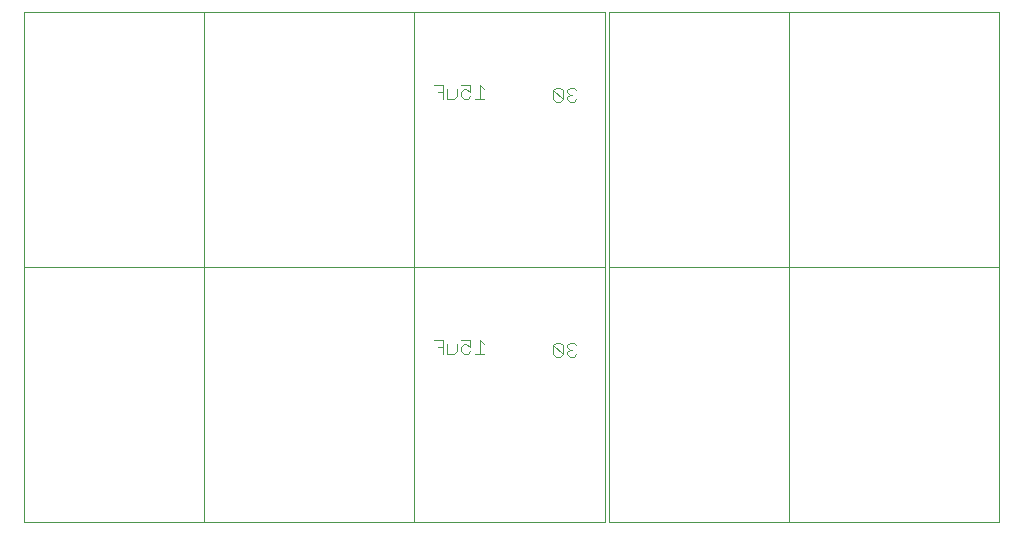
<source format=gbo>
G75*
%MOIN*%
%OFA0B0*%
%FSLAX24Y24*%
%IPPOS*%
%LPD*%
%AMOC8*
5,1,8,0,0,1.08239X$1,22.5*
%
%ADD10C,0.0000*%
%ADD11C,0.0040*%
D10*
X000100Y000248D02*
X000100Y008744D01*
X000100Y008748D02*
X000100Y017244D01*
X000100Y017248D02*
X006100Y017248D01*
X013100Y017248D01*
X019470Y017248D01*
X019470Y017244D02*
X019470Y008748D01*
X013100Y008748D01*
X013100Y017248D01*
X019600Y017248D02*
X025600Y017248D01*
X032600Y017248D01*
X032600Y008748D01*
X025600Y008748D01*
X025600Y017248D01*
X019600Y017244D02*
X019600Y008748D01*
X025600Y008748D01*
X032600Y008748D01*
X032600Y000248D01*
X025600Y000248D01*
X025600Y008748D01*
X019600Y008748D01*
X019600Y008744D02*
X019600Y000248D01*
X025600Y000248D01*
X019470Y000248D02*
X019470Y008744D01*
X019470Y008748D02*
X013100Y008748D01*
X006100Y008748D01*
X006100Y017248D01*
X006100Y008748D02*
X000100Y008748D01*
X006100Y008748D01*
X013100Y008748D01*
X013100Y000248D01*
X019470Y000248D01*
X013100Y000248D02*
X006100Y000248D01*
X006100Y008748D01*
X006100Y000248D02*
X000100Y000248D01*
D11*
X013742Y006328D02*
X014049Y006328D01*
X014049Y005868D01*
X014202Y005868D02*
X014202Y006174D01*
X014049Y006098D02*
X013895Y006098D01*
X014202Y005868D02*
X014432Y005868D01*
X014509Y005944D01*
X014509Y006174D01*
X014663Y006098D02*
X014663Y005944D01*
X014739Y005868D01*
X014893Y005868D01*
X014970Y005944D01*
X014970Y006098D02*
X014816Y006174D01*
X014739Y006174D01*
X014663Y006098D01*
X014663Y006328D02*
X014970Y006328D01*
X014970Y006098D01*
X015277Y006328D02*
X015277Y005868D01*
X015430Y005868D02*
X015123Y005868D01*
X015430Y006174D02*
X015277Y006328D01*
X017733Y006151D02*
X017733Y005844D01*
X017810Y005768D01*
X017964Y005768D01*
X018040Y005844D01*
X017733Y006151D01*
X017810Y006228D01*
X017964Y006228D01*
X018040Y006151D01*
X018040Y005844D01*
X018194Y005844D02*
X018271Y005768D01*
X018424Y005768D01*
X018501Y005844D01*
X018347Y005998D02*
X018271Y005998D01*
X018194Y005921D01*
X018194Y005844D01*
X018271Y005998D02*
X018194Y006074D01*
X018194Y006151D01*
X018271Y006228D01*
X018424Y006228D01*
X018501Y006151D01*
X018424Y014268D02*
X018271Y014268D01*
X018194Y014344D01*
X018194Y014421D01*
X018271Y014498D01*
X018347Y014498D01*
X018271Y014498D02*
X018194Y014574D01*
X018194Y014651D01*
X018271Y014728D01*
X018424Y014728D01*
X018501Y014651D01*
X018040Y014651D02*
X017964Y014728D01*
X017810Y014728D01*
X017733Y014651D01*
X018040Y014344D01*
X017964Y014268D01*
X017810Y014268D01*
X017733Y014344D01*
X017733Y014651D01*
X018040Y014651D02*
X018040Y014344D01*
X018424Y014268D02*
X018501Y014344D01*
X015430Y014368D02*
X015123Y014368D01*
X015277Y014368D02*
X015277Y014828D01*
X015430Y014674D01*
X014970Y014598D02*
X014816Y014674D01*
X014739Y014674D01*
X014663Y014598D01*
X014663Y014444D01*
X014739Y014368D01*
X014893Y014368D01*
X014970Y014444D01*
X014970Y014598D02*
X014970Y014828D01*
X014663Y014828D01*
X014509Y014674D02*
X014509Y014444D01*
X014432Y014368D01*
X014202Y014368D01*
X014202Y014674D01*
X014049Y014598D02*
X013895Y014598D01*
X014049Y014828D02*
X013742Y014828D01*
X014049Y014828D02*
X014049Y014368D01*
M02*

</source>
